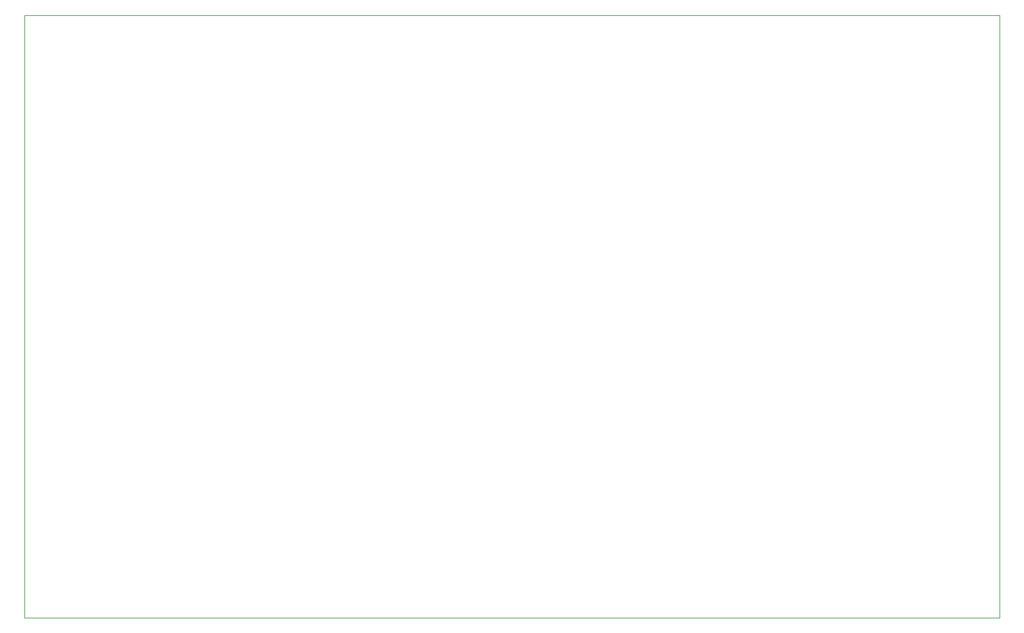
<source format=gm1>
G04 #@! TF.GenerationSoftware,KiCad,Pcbnew,(5.1.2)-1*
G04 #@! TF.CreationDate,2019-05-25T00:00:56-05:00*
G04 #@! TF.ProjectId,mk312,6d6b3331-322e-46b6-9963-61645f706362,rev?*
G04 #@! TF.SameCoordinates,Original*
G04 #@! TF.FileFunction,Profile,NP*
%FSLAX46Y46*%
G04 Gerber Fmt 4.6, Leading zero omitted, Abs format (unit mm)*
G04 Created by KiCad (PCBNEW (5.1.2)-1) date 2019-05-25 00:00:56*
%MOMM*%
%LPD*%
G04 APERTURE LIST*
%ADD10C,0.100000*%
G04 APERTURE END LIST*
D10*
X75600000Y-106000000D02*
X210600000Y-106000000D01*
X75600000Y-22500000D02*
X75600000Y-106000000D01*
X210600000Y-22500000D02*
X75600000Y-22500000D01*
X210600000Y-106000000D02*
X210600000Y-22500000D01*
M02*

</source>
